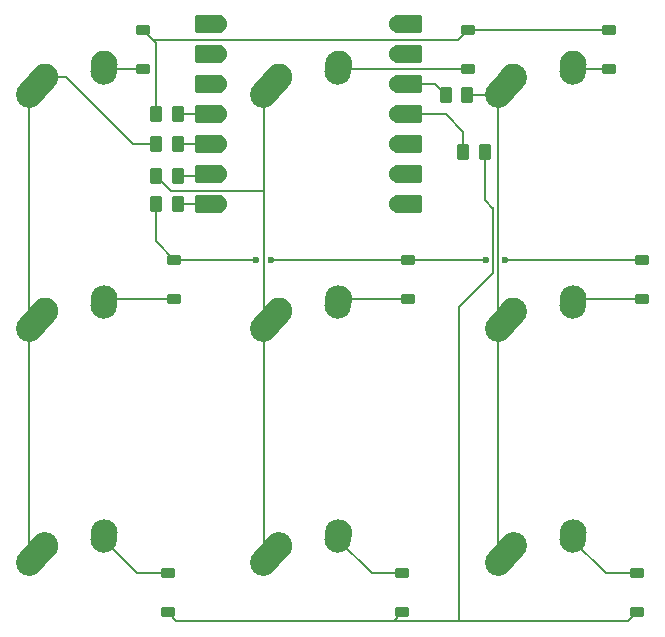
<source format=gbr>
%TF.GenerationSoftware,KiCad,Pcbnew,9.0.3*%
%TF.CreationDate,2025-07-28T22:58:47-04:00*%
%TF.ProjectId,9kMacroPCB,396b4d61-6372-46f5-9043-422e6b696361,rev?*%
%TF.SameCoordinates,Original*%
%TF.FileFunction,Copper,L2,Bot*%
%TF.FilePolarity,Positive*%
%FSLAX46Y46*%
G04 Gerber Fmt 4.6, Leading zero omitted, Abs format (unit mm)*
G04 Created by KiCad (PCBNEW 9.0.3) date 2025-07-28 22:58:47*
%MOMM*%
%LPD*%
G01*
G04 APERTURE LIST*
G04 Aperture macros list*
%AMRoundRect*
0 Rectangle with rounded corners*
0 $1 Rounding radius*
0 $2 $3 $4 $5 $6 $7 $8 $9 X,Y pos of 4 corners*
0 Add a 4 corners polygon primitive as box body*
4,1,4,$2,$3,$4,$5,$6,$7,$8,$9,$2,$3,0*
0 Add four circle primitives for the rounded corners*
1,1,$1+$1,$2,$3*
1,1,$1+$1,$4,$5*
1,1,$1+$1,$6,$7*
1,1,$1+$1,$8,$9*
0 Add four rect primitives between the rounded corners*
20,1,$1+$1,$2,$3,$4,$5,0*
20,1,$1+$1,$4,$5,$6,$7,0*
20,1,$1+$1,$6,$7,$8,$9,0*
20,1,$1+$1,$8,$9,$2,$3,0*%
%AMHorizOval*
0 Thick line with rounded ends*
0 $1 width*
0 $2 $3 position (X,Y) of the first rounded end (center of the circle)*
0 $4 $5 position (X,Y) of the second rounded end (center of the circle)*
0 Add line between two ends*
20,1,$1,$2,$3,$4,$5,0*
0 Add two circle primitives to create the rounded ends*
1,1,$1,$2,$3*
1,1,$1,$4,$5*%
G04 Aperture macros list end*
%TA.AperFunction,SMDPad,CuDef*%
%ADD10RoundRect,0.250000X0.262500X0.450000X-0.262500X0.450000X-0.262500X-0.450000X0.262500X-0.450000X0*%
%TD*%
%TA.AperFunction,SMDPad,CuDef*%
%ADD11RoundRect,0.225000X-0.375000X0.225000X-0.375000X-0.225000X0.375000X-0.225000X0.375000X0.225000X0*%
%TD*%
%TA.AperFunction,SMDPad,CuDef*%
%ADD12RoundRect,0.152400X-1.063600X-0.609600X1.063600X-0.609600X1.063600X0.609600X-1.063600X0.609600X0*%
%TD*%
%TA.AperFunction,ComponentPad*%
%ADD13C,1.524000*%
%TD*%
%TA.AperFunction,SMDPad,CuDef*%
%ADD14RoundRect,0.152400X1.063600X0.609600X-1.063600X0.609600X-1.063600X-0.609600X1.063600X-0.609600X0*%
%TD*%
%TA.AperFunction,ComponentPad*%
%ADD15HorizOval,2.250000X0.655001X0.730000X-0.655001X-0.730000X0*%
%TD*%
%TA.AperFunction,ComponentPad*%
%ADD16C,2.250000*%
%TD*%
%TA.AperFunction,ComponentPad*%
%ADD17HorizOval,2.250000X0.020000X0.290000X-0.020000X-0.290000X0*%
%TD*%
%TA.AperFunction,SMDPad,CuDef*%
%ADD18RoundRect,0.225000X0.375000X-0.225000X0.375000X0.225000X-0.375000X0.225000X-0.375000X-0.225000X0*%
%TD*%
%TA.AperFunction,ViaPad*%
%ADD19C,0.600000*%
%TD*%
%TA.AperFunction,Conductor*%
%ADD20C,0.200000*%
%TD*%
G04 APERTURE END LIST*
D10*
%TO.P,R6,1*%
%TO.N,ROW2*%
X159385000Y-52324000D03*
%TO.P,R6,2*%
%TO.N,Net-(U1-GPIO29{slash}ADC3{slash}A3)*%
X157560000Y-52324000D03*
%TD*%
D11*
%TO.P,D5,2,A*%
%TO.N,Net-(D5-A)*%
X152908000Y-64769000D03*
%TO.P,D5,1,K*%
%TO.N,ROW1*%
X152908000Y-61469000D03*
%TD*%
D10*
%TO.P,R5,1*%
%TO.N,COL2*%
X157908000Y-47498000D03*
%TO.P,R5,2*%
%TO.N,Net-(U1-GPIO28{slash}ADC2{slash}A2)*%
X156083000Y-47498000D03*
%TD*%
%TO.P,R4,1*%
%TO.N,Net-(U1-GPIO2{slash}SCK)*%
X133373500Y-54356000D03*
%TO.P,R4,2*%
%TO.N,COL1*%
X131548500Y-54356000D03*
%TD*%
%TO.P,R3,1*%
%TO.N,Net-(U1-GPIO1{slash}RX)*%
X133373500Y-56769000D03*
%TO.P,R3,2*%
%TO.N,ROW1*%
X131548500Y-56769000D03*
%TD*%
%TO.P,R2,1*%
%TO.N,Net-(U1-GPIO4{slash}MISO)*%
X133397000Y-51689000D03*
%TO.P,R2,2*%
%TO.N,COL0*%
X131572000Y-51689000D03*
%TD*%
%TO.P,R1,1*%
%TO.N,Net-(U1-GPIO3{slash}MOSI)*%
X133373500Y-49149000D03*
%TO.P,R1,2*%
%TO.N,ROW0*%
X131548500Y-49149000D03*
%TD*%
D12*
%TO.P,U1,1,GPIO26/ADC0/A0*%
%TO.N,unconnected-(U1-GPIO26{slash}ADC0{slash}A0-Pad1)*%
X152908000Y-41529000D03*
D13*
X152073000Y-41529000D03*
D12*
%TO.P,U1,2,GPIO27/ADC1/A1*%
%TO.N,unconnected-(U1-GPIO27{slash}ADC1{slash}A1-Pad2)*%
X152908000Y-44069000D03*
D13*
X152073000Y-44069000D03*
D12*
%TO.P,U1,3,GPIO28/ADC2/A2*%
%TO.N,Net-(U1-GPIO28{slash}ADC2{slash}A2)*%
X152908000Y-46609000D03*
D13*
X152073000Y-46609000D03*
D12*
%TO.P,U1,4,GPIO29/ADC3/A3*%
%TO.N,Net-(U1-GPIO29{slash}ADC3{slash}A3)*%
X152908000Y-49149000D03*
D13*
X152073000Y-49149000D03*
D12*
%TO.P,U1,5,GPIO6/SDA*%
%TO.N,unconnected-(U1-GPIO6{slash}SDA-Pad5)*%
X152908000Y-51689000D03*
D13*
X152073000Y-51689000D03*
D12*
%TO.P,U1,6,GPIO7/SCL*%
%TO.N,unconnected-(U1-GPIO7{slash}SCL-Pad6)*%
X152908000Y-54229000D03*
D13*
X152073000Y-54229000D03*
D12*
%TO.P,U1,7,GPIO0/TX*%
%TO.N,unconnected-(U1-GPIO0{slash}TX-Pad7)*%
X152908000Y-56769000D03*
D13*
X152073000Y-56769000D03*
%TO.P,U1,8,GPIO1/RX*%
%TO.N,Net-(U1-GPIO1{slash}RX)*%
X136833000Y-56769000D03*
D14*
X135998000Y-56769000D03*
D13*
%TO.P,U1,9,GPIO2/SCK*%
%TO.N,Net-(U1-GPIO2{slash}SCK)*%
X136833000Y-54229000D03*
D14*
X135998000Y-54229000D03*
D13*
%TO.P,U1,10,GPIO4/MISO*%
%TO.N,Net-(U1-GPIO4{slash}MISO)*%
X136833000Y-51689000D03*
D14*
X135998000Y-51689000D03*
D13*
%TO.P,U1,11,GPIO3/MOSI*%
%TO.N,Net-(U1-GPIO3{slash}MOSI)*%
X136833000Y-49149000D03*
D14*
X135998000Y-49149000D03*
D13*
%TO.P,U1,12,3V3*%
%TO.N,unconnected-(U1-3V3-Pad12)*%
X136833000Y-46609000D03*
D14*
X135998000Y-46609000D03*
D13*
%TO.P,U1,13,GND*%
%TO.N,unconnected-(U1-GND-Pad13)*%
X136833000Y-44069000D03*
D14*
X135998000Y-44069000D03*
D13*
%TO.P,U1,14,VBUS*%
%TO.N,unconnected-(U1-VBUS-Pad14)*%
X136833000Y-41529000D03*
D14*
X135998000Y-41529000D03*
%TD*%
D15*
%TO.P,MX6,1,COL*%
%TO.N,COL2*%
X161151251Y-66580000D03*
D16*
X161806250Y-65850000D03*
D17*
%TO.P,MX6,2,ROW*%
%TO.N,Net-(D6-A)*%
X166826250Y-65060000D03*
D16*
X166846250Y-64770000D03*
%TD*%
D15*
%TO.P,MX2,1,COL*%
%TO.N,COL1*%
X141307501Y-46736250D03*
D16*
X141962500Y-46006250D03*
D17*
%TO.P,MX2,2,ROW*%
%TO.N,Net-(D2-A)*%
X146982500Y-45216250D03*
D16*
X147002500Y-44926250D03*
%TD*%
D15*
%TO.P,MX5,1,COL*%
%TO.N,COL1*%
X141307501Y-66580000D03*
D16*
X141962500Y-65850000D03*
D17*
%TO.P,MX5,2,ROW*%
%TO.N,Net-(D5-A)*%
X146982500Y-65060000D03*
D16*
X147002500Y-64770000D03*
%TD*%
D15*
%TO.P,MX3,1,COL*%
%TO.N,COL2*%
X161151251Y-46736250D03*
D16*
X161806250Y-46006250D03*
D17*
%TO.P,MX3,2,ROW*%
%TO.N,Net-(D3-A)*%
X166826250Y-45216250D03*
D16*
X166846250Y-44926250D03*
%TD*%
D15*
%TO.P,MX4,1,COL*%
%TO.N,COL0*%
X121463751Y-66580000D03*
D16*
X122118750Y-65850000D03*
D17*
%TO.P,MX4,2,ROW*%
%TO.N,Net-(D4-A)*%
X127138750Y-65060000D03*
D16*
X127158750Y-64770000D03*
%TD*%
D15*
%TO.P,MX8,1,COL*%
%TO.N,COL1*%
X141307501Y-86423750D03*
D16*
X141962500Y-85693750D03*
D17*
%TO.P,MX8,2,ROW*%
%TO.N,Net-(D8-A)*%
X146982500Y-84903750D03*
D16*
X147002500Y-84613750D03*
%TD*%
D15*
%TO.P,MX9,1,COL*%
%TO.N,COL2*%
X161151251Y-86423750D03*
D16*
X161806250Y-85693750D03*
D17*
%TO.P,MX9,2,ROW*%
%TO.N,Net-(D9-A)*%
X166826250Y-84903750D03*
D16*
X166846250Y-84613750D03*
%TD*%
D15*
%TO.P,MX7,1,COL*%
%TO.N,COL0*%
X121463751Y-86423750D03*
D16*
X122118750Y-85693750D03*
D17*
%TO.P,MX7,2,ROW*%
%TO.N,Net-(D7-A)*%
X127138750Y-84903750D03*
D16*
X127158750Y-84613750D03*
%TD*%
%TO.P,MX1,2,ROW*%
%TO.N,Net-(D1-A)*%
X127158750Y-44926250D03*
D17*
X127138750Y-45216250D03*
D16*
%TO.P,MX1,1,COL*%
%TO.N,COL0*%
X122118750Y-46006250D03*
D15*
X121463751Y-46736250D03*
%TD*%
D11*
%TO.P,D1,1,K*%
%TO.N,ROW0*%
X130429000Y-42006250D03*
%TO.P,D1,2,A*%
%TO.N,Net-(D1-A)*%
X130429000Y-45306250D03*
%TD*%
%TO.P,D3,1,K*%
%TO.N,ROW0*%
X169862500Y-42006250D03*
%TO.P,D3,2,A*%
%TO.N,Net-(D3-A)*%
X169862500Y-45306250D03*
%TD*%
%TO.P,D4,1,K*%
%TO.N,ROW1*%
X133096000Y-61469000D03*
%TO.P,D4,2,A*%
%TO.N,Net-(D4-A)*%
X133096000Y-64769000D03*
%TD*%
%TO.P,D6,1,K*%
%TO.N,ROW1*%
X172720000Y-61469000D03*
%TO.P,D6,2,A*%
%TO.N,Net-(D6-A)*%
X172720000Y-64769000D03*
%TD*%
D18*
%TO.P,D7,1,K*%
%TO.N,ROW2*%
X132556250Y-91343750D03*
%TO.P,D7,2,A*%
%TO.N,Net-(D7-A)*%
X132556250Y-88043750D03*
%TD*%
D11*
%TO.P,D2,1,K*%
%TO.N,ROW0*%
X157956250Y-42006250D03*
%TO.P,D2,2,A*%
%TO.N,Net-(D2-A)*%
X157956250Y-45306250D03*
%TD*%
D18*
%TO.P,D9,1,K*%
%TO.N,ROW2*%
X172243750Y-91343750D03*
%TO.P,D9,2,A*%
%TO.N,Net-(D9-A)*%
X172243750Y-88043750D03*
%TD*%
%TO.P,D8,1,K*%
%TO.N,ROW2*%
X152400000Y-91343750D03*
%TO.P,D8,2,A*%
%TO.N,Net-(D8-A)*%
X152400000Y-88043750D03*
%TD*%
D19*
%TO.N,ROW1*%
X159495250Y-61468000D03*
X161096250Y-61468000D03*
X141252500Y-61468000D03*
X140052500Y-61468000D03*
%TD*%
D20*
%TO.N,Net-(U1-GPIO29{slash}ADC3{slash}A3)*%
X156083000Y-49149000D02*
X152908000Y-49149000D01*
X157560000Y-50626000D02*
X156083000Y-49149000D01*
X157560000Y-52324000D02*
X157560000Y-50626000D01*
%TO.N,ROW2*%
X160095250Y-57150000D02*
X159385000Y-56439750D01*
X160095250Y-57150000D02*
X160095250Y-57023000D01*
X159385000Y-56439750D02*
X159385000Y-52324000D01*
%TO.N,ROW1*%
X159494250Y-61469000D02*
X152908000Y-61469000D01*
X159495250Y-61468000D02*
X159494250Y-61469000D01*
%TO.N,ROW2*%
X160095250Y-62611000D02*
X160095250Y-57150000D01*
X159613125Y-63093125D02*
X160095250Y-62611000D01*
X157226000Y-65480250D02*
X159613125Y-63093125D01*
X157226000Y-92038650D02*
X157226000Y-65480250D01*
X157226000Y-92038650D02*
X171548850Y-92038650D01*
X156210000Y-92038650D02*
X157226000Y-92038650D01*
%TO.N,Net-(U1-GPIO28{slash}ADC2{slash}A2)*%
X155194000Y-46609000D02*
X152908000Y-46609000D01*
X156083000Y-47498000D02*
X155194000Y-46609000D01*
%TO.N,COL2*%
X160401000Y-47498000D02*
X157908000Y-47498000D01*
X160432750Y-47466250D02*
X160401000Y-47498000D01*
X160496250Y-47466250D02*
X160432750Y-47466250D01*
%TO.N,ROW0*%
X131548500Y-43125750D02*
X130429000Y-42006250D01*
X131548500Y-49149000D02*
X131548500Y-43125750D01*
%TO.N,Net-(U1-GPIO3{slash}MOSI)*%
X133373500Y-49149000D02*
X135998000Y-49149000D01*
%TO.N,ROW1*%
X131548500Y-59921500D02*
X133096000Y-61469000D01*
X131548500Y-56769000D02*
X131548500Y-59921500D01*
%TO.N,Net-(U1-GPIO1{slash}RX)*%
X133373500Y-56769000D02*
X135998000Y-56769000D01*
%TO.N,Net-(U1-GPIO2{slash}SCK)*%
X135871000Y-54356000D02*
X135998000Y-54229000D01*
X133373500Y-54356000D02*
X135871000Y-54356000D01*
%TO.N,COL1*%
X132818500Y-55626000D02*
X131548500Y-54356000D01*
X140652500Y-55626000D02*
X132818500Y-55626000D01*
X140652500Y-55626000D02*
X140652500Y-47466250D01*
%TO.N,COL0*%
X123934939Y-46006250D02*
X122118750Y-46006250D01*
X129617689Y-51689000D02*
X123934939Y-46006250D01*
X131572000Y-51689000D02*
X129617689Y-51689000D01*
%TO.N,Net-(U1-GPIO4{slash}MISO)*%
X133397000Y-51689000D02*
X135998000Y-51689000D01*
%TO.N,Net-(U1-GPIO3{slash}MOSI)*%
X135974500Y-49172500D02*
X135998000Y-49149000D01*
%TO.N,ROW0*%
X132588000Y-42894250D02*
X132556250Y-42862500D01*
%TO.N,ROW1*%
X161096250Y-61468000D02*
X161798000Y-61468000D01*
X161798000Y-61468000D02*
X161799000Y-61469000D01*
X161799000Y-61469000D02*
X172720000Y-61469000D01*
X140052500Y-61468000D02*
X140051500Y-61469000D01*
X140051500Y-61469000D02*
X133096000Y-61469000D01*
X142241000Y-61469000D02*
X152908000Y-61469000D01*
X141252500Y-61468000D02*
X142240000Y-61468000D01*
X142240000Y-61468000D02*
X142241000Y-61469000D01*
%TO.N,Net-(D9-A)*%
X169656250Y-88043750D02*
X172243750Y-88043750D01*
X166806250Y-85193750D02*
X169656250Y-88043750D01*
%TO.N,Net-(D8-A)*%
X149812500Y-88043750D02*
X152400000Y-88043750D01*
X146962500Y-85193750D02*
X149812500Y-88043750D01*
%TO.N,Net-(D7-A)*%
X129968750Y-88043750D02*
X132556250Y-88043750D01*
X127118750Y-85193750D02*
X129968750Y-88043750D01*
%TO.N,ROW2*%
X133251150Y-92038650D02*
X156210000Y-92038650D01*
X132556250Y-91343750D02*
X133251150Y-92038650D01*
X171548850Y-92038650D02*
X172243750Y-91343750D01*
X133251150Y-92038650D02*
X151705100Y-92038650D01*
X151705100Y-92038650D02*
X152400000Y-91343750D01*
%TO.N,Net-(D4-A)*%
X133095000Y-64770000D02*
X133096000Y-64769000D01*
X127158750Y-64770000D02*
X133095000Y-64770000D01*
%TO.N,Net-(D5-A)*%
X147003500Y-64769000D02*
X147002500Y-64770000D01*
X152908000Y-64769000D02*
X147003500Y-64769000D01*
%TO.N,Net-(D6-A)*%
X172719000Y-64770000D02*
X172720000Y-64769000D01*
X166846250Y-64770000D02*
X172719000Y-64770000D01*
%TO.N,ROW0*%
X132556250Y-42862500D02*
X131285250Y-42862500D01*
X131285250Y-42862500D02*
X130429000Y-42006250D01*
X157100000Y-42862500D02*
X132556250Y-42862500D01*
X157956250Y-42006250D02*
X157100000Y-42862500D01*
X169862500Y-42006250D02*
X157956250Y-42006250D01*
%TO.N,Net-(D2-A)*%
X147162500Y-45306250D02*
X157956250Y-45306250D01*
X146962500Y-45506250D02*
X147162500Y-45306250D01*
%TO.N,Net-(D3-A)*%
X167006250Y-45306250D02*
X166806250Y-45506250D01*
X169862500Y-45306250D02*
X167006250Y-45306250D01*
%TO.N,Net-(D1-A)*%
X127118750Y-45506250D02*
X127318750Y-45306250D01*
X127318750Y-45306250D02*
X130429000Y-45306250D01*
%TO.N,COL1*%
X140652500Y-67310000D02*
X140652500Y-55626000D01*
%TO.N,COL2*%
X160496250Y-67310000D02*
X160496250Y-47466250D01*
X160496250Y-87153750D02*
X160496250Y-67310000D01*
%TO.N,COL1*%
X140652500Y-87153750D02*
X140652500Y-67310000D01*
%TO.N,COL0*%
X120808750Y-67310000D02*
X120808750Y-87153750D01*
X120808750Y-47466250D02*
X120808750Y-67310000D01*
%TD*%
M02*

</source>
